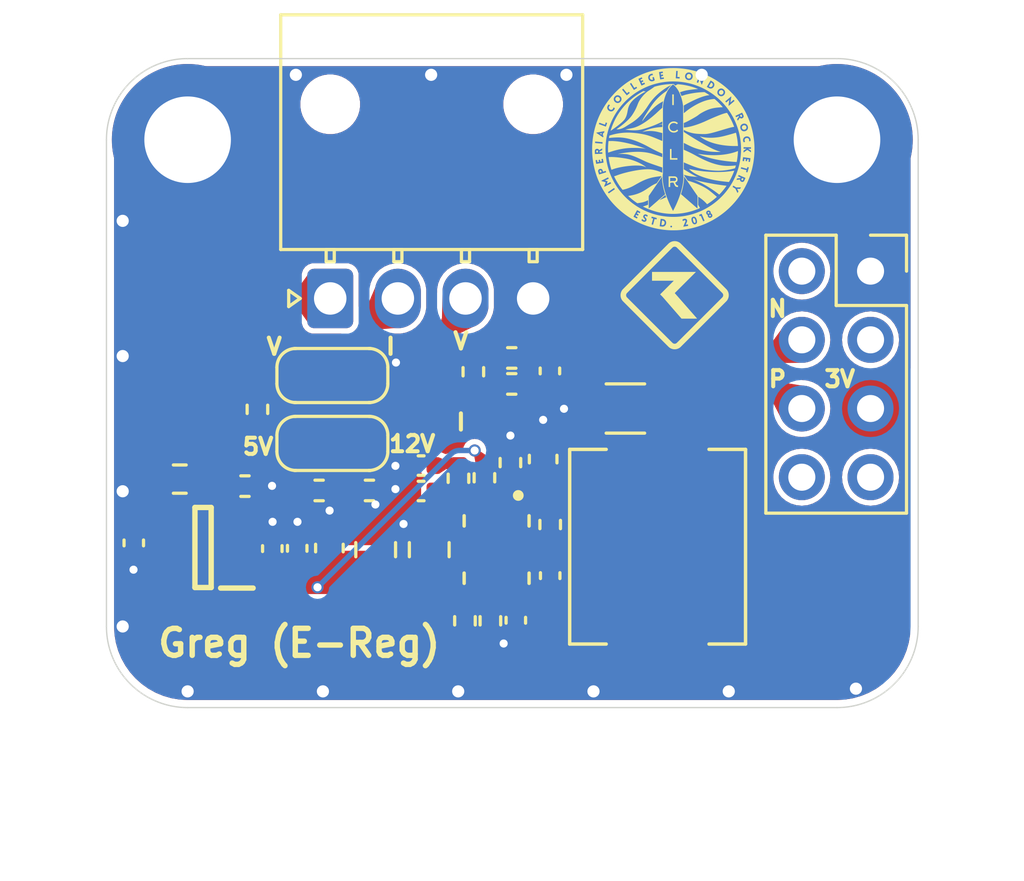
<source format=kicad_pcb>
(kicad_pcb (version 20240108) (generator "pcbnew") (generator_version "8.0")
  (layers (0 "F.Cu" signal) (31 "B.Cu" signal) (34 "B.Paste" user) (35 "F.Paste" user) (36 "B.SilkS" user "B.Silkscreen") (37 "F.SilkS" user "F.Silkscreen") (38 "B.Mask" user) (39 "F.Mask" user) (44 "Edge.Cuts" user))
  (net 0 "")
  (net 1 "GND")
  (net 2 "Net-(JP4-B)")
  (net 3 "Net-(JP1-C)")
  (net 4 "Net-(JP3-A)")
  (net 5 "/LDO5.5V_IN")
  (net 6 "Net-(IC2-ADJ{slash}NC)")
  (net 7 "Net-(IC1-SW)")
  (net 8 "+3V3")
  (net 9 "/FB_5V")
  (net 10 "Net-(IC1-BOOT)")
  (net 11 "Net-(IC1-VCC)")
  (net 12 "/SW_5V")
  (net 13 "Net-(IC1-COMP)")
  (net 14 "Net-(IC1-EN)")
  (net 15 "Net-(IC1-ILIM)")
  (net 16 "/AIN0N")
  (net 17 "Net-(JP1-A)")
  (net 18 "Net-(JP1-B)")
  (net 19 "Net-(JP2-B)")
  (net 20 "Net-(C3-Pad1)")
  (net 21 "/AIN0P")
  (net 22 "+5V")
  (net 23 "Net-(JP2-C)")
  (footprint "Resistor_SMD:R_0402_1005Metric" (layer "F.Cu") (at 137.860001 95.97)
    (property "Reference" "R10" (hide yes))
    (property "Value" "14k")
    (pad "1" smd roundrect (at -0.509999 0) (size 0.54 0.64) (layers "F.Cu" "F.Paste" "F.Mask") (net 18 "Net-(JP1-B)"))
    (pad "2" smd roundrect (at 0.509999 0) (size 0.54 0.64) (layers "F.Cu" "F.Paste" "F.Mask") (net 17 "Net-(JP1-A)"))
  )
  (footprint "Resistor_SMD:R_0603_1608Metric" (layer "F.Cu") (at 132.71 95.55 180)
    (property "Reference" "R7" (hide yes))
    (property "Value" "152k")
    (pad "1" smd roundrect (at -0.825 0 180) (size 0.8 0.95) (layers "F.Cu" "F.Paste" "F.Mask") (net 6 "Net-(IC2-ADJ{slash}NC)"))
    (pad "2" smd roundrect (at 0.825 0 180) (size 0.8 0.95) (layers "F.Cu" "F.Paste" "F.Mask") (net 22 "+5V"))
  )
  (footprint "Resistor_SMD:R_0402_1005Metric" (layer "F.Cu") (at 143.25 100.79 -90)
    (property "Reference" "R4" (hide yes))
    (property "Value" "10K")
    (pad "1" smd roundrect (at -0.509999 0 270) (size 0.54 0.64) (layers "F.Cu" "F.Paste" "F.Mask") (net 14 "Net-(IC1-EN)"))
    (pad "2" smd roundrect (at 0.509999 0 270) (size 0.54 0.64) (layers "F.Cu" "F.Paste" "F.Mask") (net 8 "+3V3"))
  )
  (footprint "Capacitor_SMD:C_0402_1005Metric" (layer "F.Cu") (at 141.63 95.05 180)
    (property "Reference" "C3" (hide yes))
    (property "Value" "3.9nF")
    (pad "1" smd roundrect (at -0.48 0 180) (size 0.56 0.62) (layers "F.Cu" "F.Paste" "F.Mask") (net 20 "Net-(C3-Pad1)"))
    (pad "2" smd roundrect (at 0.48 0 180) (size 0.56 0.62) (layers "F.Cu" "F.Paste" "F.Mask") (net 1 "GND"))
  )
  (footprint "iclr:IC_TPS61089RNRR" (layer "F.Cu") (at 144.420001 98.155 -90)
    (property "Reference" "IC1" (hide yes))
    (property "Value" "TPS61089RNRR")
    (pad "1" smd roundrect (at -1.175 -0.750001 270) (size 0.55 0.25) (layers "F.Cu" "F.Paste") (roundrect_rratio 0.05) (net 12 "/SW_5V"))
    (pad "2" smd roundrect (at -1.175 -0.25 270) (size 0.55 0.25) (layers "F.Cu" "F.Paste") (roundrect_rratio 0.05) (net 11 "Net-(IC1-VCC)"))
    (pad "3" smd roundrect (at -1.175 0.25 270) (size 0.55 0.25) (layers "F.Cu" "F.Paste") (roundrect_rratio 0.05) (net 9 "/FB_5V"))
    (pad "4" smd roundrect (at -1.175 0.750001 270) (size 0.55 0.25) (layers "F.Cu" "F.Paste") (roundrect_rratio 0.05) (net 13 "Net-(IC1-COMP)"))
    (pad "5" smd roundrect (at -0.35 0.7 270) (size 0.45 1.1) (layers "F.Cu") (net 1 "GND"))
    (pad "6" smd roundrect (at 0.35 0.7 270) (size 0.45 1.1) (layers "F.Cu") (net 5 "/LDO5.5V_IN"))
    (pad "7" smd roundrect (at 1.175 0.750001 270) (size 0.55 0.25) (layers "F.Cu" "F.Paste") (roundrect_rratio 0.05) (net 14 "Net-(IC1-EN)"))
    (pad "8" smd roundrect (at 1.175 0.25 270) (size 0.55 0.25) (layers "F.Cu" "F.Paste") (roundrect_rratio 0.05) (net 15 "Net-(IC1-ILIM)"))
    (pad "9" smd roundrect (at 1.175 -0.25 270) (size 0.55 0.25) (layers "F.Cu" "F.Paste") (roundrect_rratio 0.05) (net 8 "+3V3"))
    (pad "10" smd roundrect (at 1.175 -0.750001 270) (size 0.55 0.25) (layers "F.Cu" "F.Paste") (roundrect_rratio 0.05) (net 10 "Net-(IC1-BOOT)"))
    (pad "11" smd roundrect (at 0 -0.7 270) (size 1.1 1.1) (layers "F.Cu") (roundrect_rratio 0.1) (net 7 "Net-(IC1-SW)"))
  )
  (footprint "Capacitor_SMD:C_0805_2012Metric" (layer "F.Cu") (at 139.95 98.16 90)
    (property "Reference" "C5" (hide yes))
    (property "Value" "22uF")
    (pad "1" smd roundrect (at -0.949999 0 90) (size 1 1.45) (layers "F.Cu" "F.Paste" "F.Mask") (net 5 "/LDO5.5V_IN"))
    (pad "2" smd roundrect (at 0.949999 0 90) (size 1 1.45) (layers "F.Cu" "F.Paste" "F.Mask") (net 1 "GND"))
  )
  (footprint "Resistor_SMD:R_0402_1005Metric" (layer "F.Cu") (at 144.93 94.94 -90)
    (property "Reference" "R3" (hide yes))
    (property "Value" "100k")
    (pad "1" smd roundrect (at -0.509999 0 270) (size 0.54 0.64) (layers "F.Cu" "F.Paste" "F.Mask") (net 1 "GND"))
    (pad "2" smd roundrect (at 0.509999 0 270) (size 0.54 0.64) (layers "F.Cu" "F.Paste" "F.Mask") (net 9 "/FB_5V"))
  )
  (footprint "Resistor_SMD:R_0402_1005Metric" (layer "F.Cu") (at 143.56 91.58 90)
    (property "Reference" "R13" (hide yes))
    (property "Value" "44.2")
    (pad "1" smd roundrect (at -0.509999 0 90) (size 0.54 0.64) (layers "F.Cu" "F.Paste" "F.Mask") (net 4 "Net-(JP3-A)"))
    (pad "2" smd roundrect (at 0.509999 0 90) (size 0.54 0.64) (layers "F.Cu" "F.Paste" "F.Mask") (net 2 "Net-(JP4-B)"))
  )
  (footprint "iclr:iclr_logo_estd2018_6mm" (layer "F.Cu") (at 150.95 83.35)
    (property "Reference" "G***" (hide yes))
    (property "Value" "LOGO" (hide yes))
  )
  (footprint "iclr:SmallerSolderJP" (layer "F.Cu") (at 142.15 91.22)
    (property "Reference" "JP4" (hide yes))
    (property "Value" "SolderJumper_2_Open")
    (pad "1" smd roundrect (at -0.825 0) (size 0.8 0.95) (layers "F.Cu" "F.Paste" "F.Mask") (net 1 "GND"))
    (pad "2" smd roundrect (at 0.28 0) (size 0.8 0.95) (layers "F.Cu" "F.Paste" "F.Mask") (net 2 "Net-(JP4-B)"))
  )
  (footprint "Capacitor_SMD:C_0603_1608Metric" (layer "F.Cu") (at 146.14 94.81 90)
    (property "Reference" "C1" (hide yes))
    (property "Value" "2.2uF")
    (pad "1" smd roundrect (at -0.775 0 90) (size 0.9 0.95) (layers "F.Cu" "F.Paste" "F.Mask") (net 11 "Net-(IC1-VCC)"))
    (pad "2" smd roundrect (at 0.775 0 90) (size 0.9 0.95) (layers "F.Cu" "F.Paste" "F.Mask") (net 1 "GND"))
  )
  (footprint "Resistor_SMD:R_0402_1005Metric" (layer "F.Cu") (at 143.97 95.499999 90)
    (property "Reference" "R2" (hide yes))
    (property "Value" "360k")
    (pad "1" smd roundrect (at -0.509999 0 90) (size 0.54 0.64) (layers "F.Cu" "F.Paste" "F.Mask") (net 9 "/FB_5V"))
    (pad "2" smd roundrect (at 0.509999 0 90) (size 0.54 0.64) (layers "F.Cu" "F.Paste" "F.Mask") (net 5 "/LDO5.5V_IN"))
  )
  (footprint "Resistor_SMD:R_0402_1005Metric" (layer "F.Cu") (at 135.120001 95.81 180)
    (property "Reference" "R6" (hide yes))
    (property "Value" "49.9k")
    (pad "1" smd roundrect (at -0.509999 0 180) (size 0.54 0.64) (layers "F.Cu" "F.Paste" "F.Mask") (net 1 "GND"))
    (pad "2" smd roundrect (at 0.509999 0 180) (size 0.54 0.64) (layers "F.Cu" "F.Paste" "F.Mask") (net 6 "Net-(IC2-ADJ{slash}NC)"))
  )
  (footprint "MountingHole:MountingHole_3.2mm_M3_DIN965_Pad" (layer "F.Cu") (at 157 83)
    (property "Reference" "H2" (hide yes))
    (property "Value" "MountingHole_Pad")
    (pad "1" thru_hole circle (at 0 0) (size 5.6 5.6) (drill 3.2) (layers "*.Cu" "*.Mask") (net 1 "GND"))
  )
  (footprint "Connector_Molex:Molex_Nano-Fit_105313-xx04_1x04_P2.50mm_Horizontal" (layer "F.Cu") (at 138.27 88.87 90)
    (property "Reference" "J1" (hide yes))
    (property "Value" "1053131104")
    (pad "" np_thru_hole circle (at 7.18 0 90) (size 1.7 1.7) (drill 1.7) (layers "*.Cu" "*.Mask"))
    (pad "" np_thru_hole circle (at 7.18 7.5 90) (size 1.7 1.7) (drill 1.7) (layers "*.Cu" "*.Mask"))
    (pad "1" thru_hole roundrect (at 0 0 90) (size 2.2 1.7) (drill 1.2) (layers "*.Cu" "*.Mask") (roundrect_rratio 0.147059) (net 22 "+5V"))
    (pad "2" thru_hole oval (at 0 2.5 90) (size 2.2 1.7) (drill 1.2) (layers "*.Cu" "*.Mask") (net 23 "Net-(JP2-C)"))
    (pad "3" thru_hole oval (at 0 5 90) (size 2.2 1.7) (drill 1.2) (layers "*.Cu" "*.Mask") (net 2 "Net-(JP4-B)"))
    (pad "4" thru_hole oval (at 0 7.5 90) (size 2.2 1.7) (drill 1.2) (layers "*.Cu" "*.Mask") (net 1 "GND"))
  )
  (footprint "Capacitor_SMD:C_0603_1608Metric" (layer "F.Cu") (at 138.24 98.1 90)
    (property "Reference" "C11")
    (property "Value" "10uF")
    (pad "1" smd roundrect (at -0.775 0 90) (size 0.9 0.95) (layers "F.Cu" "F.Paste" "F.Mask") (net 5 "/LDO5.5V_IN"))
    (pad "2" smd roundrect (at 0.775 0 90) (size 0.9 0.95) (layers "F.Cu" "F.Paste" "F.Mask") (net 1 "GND"))
  )
  (footprint "Capacitor_SMD:C_0805_2012Metric" (layer "F.Cu") (at 141.929999 98.16 90)
    (property "Reference" "C6" (hide yes))
    (property "Value" "22uF")
    (pad "1" smd roundrect (at -0.949999 0 90) (size 1 1.45) (layers "F.Cu" "F.Paste" "F.Mask") (net 5 "/LDO5.5V_IN"))
    (pad "2" smd roundrect (at 0.949999 0 90) (size 1 1.45) (layers "F.Cu" "F.Paste" "F.Mask") (net 1 "GND"))
  )
  (footprint "Jumper:SolderJumper-3_P1.3mm_Open_RoundedPad1.0x1.5mm_NumberLabels" (layer "F.Cu") (at 138.35 94.23 180)
    (property "Reference" "JP1" (hide yes))
    (property "Value" "SolderJumper_3_Open")
    (pad "1" smd custom (at -1.3 0 180) (size 1 0.5) (layers "F.Cu" "F.Mask") (net 17 "Net-(JP1-A)") (options (clearance outline) (anchor rect)) (primitives (gr_circle (center 0 0.25) (end 0.5 0.25) (width 0) (fill yes)) (gr_circle (center 0 -0.25) (end 0.5 -0.25) (width 0) (fill yes)) (gr_poly (pts (xy 0.55 0.75) (xy 0 0.75) (xy 0 -0.75) (xy 0.55 -0.75)) (width 0) (fill yes))))
    (pad "2" smd rect (at 0 0 180) (size 1 1.5) (layers "F.Cu" "F.Mask") (net 3 "Net-(JP1-C)"))
    (pad "3" smd custom (at 1.3 0 180) (size 1 0.5) (layers "F.Cu" "F.Mask") (net 18 "Net-(JP1-B)") (options (clearance outline) (anchor rect)) (primitives (gr_circle (center 0 0.25) (end 0.5 0.25) (width 0) (fill yes)) (gr_circle (center 0 -0.25) (end 0.5 -0.25) (width 0) (fill yes)) (gr_poly (pts (xy 0 0.75) (xy -0.55 0.75) (xy -0.55 -0.75) (xy 0 -0.75)) (width 0) (fill yes))))
  )
  (footprint "Resistor_SMD:R_0402_1005Metric" (layer "F.Cu") (at 144.98 92.03)
    (property "Reference" "R12" (hide yes))
    (property "Value" "1k")
    (pad "1" smd roundrect (at -0.509999 0) (size 0.54 0.64) (layers "F.Cu" "F.Paste" "F.Mask") (net 3 "Net-(JP1-C)"))
    (pad "2" smd roundrect (at 0.509999 0) (size 0.54 0.64) (layers "F.Cu" "F.Paste" "F.Mask") (net 21 "/AIN0P"))
  )
  (footprint "MountingHole:MountingHole_3.2mm_M3_DIN965_Pad" (layer "F.Cu") (at 133 83)
    (property "Reference" "H1" (hide yes))
    (property "Value" "MountingHole_Pad")
    (pad "1" thru_hole circle (at 0 0) (size 5.6 5.6) (drill 3.2) (layers "*.Cu" "*.Mask") (net 1 "GND"))
  )
  (footprint "Capacitor_SMD:C_0402_1005Metric" (layer "F.Cu") (at 145.13 100.77 -90)
    (property "Reference" "C9" (hide yes))
    (property "Value" "100nF")
    (pad "1" smd roundrect (at -0.48 0 270) (size 0.56 0.62) (layers "F.Cu" "F.Paste" "F.Mask") (net 8 "+3V3"))
    (pad "2" smd roundrect (at 0.48 0 270) (size 0.56 0.62) (layers "F.Cu" "F.Paste" "F.Mask") (net 1 "GND"))
  )
  (footprint "Resistor_SMD:R_0402_1005Metric" (layer "F.Cu") (at 135.58 92.97 -90)
    (property "Reference" "R9" (hide yes))
    (property "Value" "86.6k")
    (pad "1" smd roundrect (at -0.509999 0 270) (size 0.54 0.64) (layers "F.Cu" "F.Paste" "F.Mask") (net 19 "Net-(JP2-B)"))
    (pad "2" smd roundrect (at 0.509999 0 270) (size 0.54 0.64) (layers "F.Cu" "F.Paste" "F.Mask") (net 18 "Net-(JP1-B)"))
  )
  (footprint "Capacitor_SMD:C_0402_1005Metric" (layer "F.Cu") (at 137.05 98.11 90)
    (property "Reference" "C12" (hide yes))
    (property "Value" "100nF")
    (pad "1" smd roundrect (at -0.48 0 90) (size 0.56 0.62) (layers "F.Cu" "F.Paste" "F.Mask") (net 5 "/LDO5.5V_IN"))
    (pad "2" smd roundrect (at 0.48 0 90) (size 0.56 0.62) (layers "F.Cu" "F.Paste" "F.Mask") (net 1 "GND"))
  )
  (footprint "Capacitor_SMD:C_0402_1005Metric" (layer "F.Cu") (at 146.39 91.55 90)
    (property "Reference" "C13" (hide yes))
    (property "Value" "10nF")
    (pad "1" smd roundrect (at -0.48 0 90) (size 0.56 0.62) (layers "F.Cu" "F.Paste" "F.Mask") (net 21 "/AIN0P"))
    (pad "2" smd roundrect (at 0.48 0 90) (size 0.56 0.62) (layers "F.Cu" "F.Paste" "F.Mask") (net 16 "/AIN0N"))
  )
  (footprint "iclr:SmallerSolderJP" (layer "F.Cu") (at 141.61 92.68 180)
    (property "Reference" "JP3" (hide yes))
    (property "Value" "SolderJumper_2_Open")
    (pad "1" smd roundrect (at -0.825 0 180) (size 0.8 0.95) (layers "F.Cu" "F.Paste" "F.Mask") (net 4 "Net-(JP3-A)"))
    (pad "2" smd roundrect (at 0.28 0 180) (size 0.8 0.95) (layers "F.Cu" "F.Paste" "F.Mask") (net 3 "Net-(JP1-C)"))
  )
  (footprint "Capacitor_SMD:C_0402_1005Metric" (layer "F.Cu") (at 136.13 98.12 90)
    (property "Reference" "C4" (hide yes))
    (property "Value" "1uF")
    (pad "1" smd roundrect (at -0.48 0 90) (size 0.56 0.62) (layers "F.Cu" "F.Paste" "F.Mask") (net 5 "/LDO5.5V_IN"))
    (pad "2" smd roundrect (at 0.48 0 90) (size 0.56 0.62) (layers "F.Cu" "F.Paste" "F.Mask") (net 1 "GND"))
  )
  (footprint "Capacitor_SMD:C_0402_1005Metric" (layer "F.Cu") (at 131.01 97.91 -90)
    (property "Reference" "C8" (hide yes))
    (property "Value" "2.2uF")
    (pad "1" smd roundrect (at -0.48 0 270) (size 0.56 0.62) (layers "F.Cu" "F.Paste" "F.Mask") (net 22 "+5V"))
    (pad "2" smd roundrect (at 0.48 0 270) (size 0.56 0.62) (layers "F.Cu" "F.Paste" "F.Mask") (net 1 "GND"))
  )
  (footprint "Jumper:SolderJumper-3_P1.3mm_Open_RoundedPad1.0x1.5mm_NumberLabels" (layer "F.Cu") (at 138.35 91.72 180)
    (property "Reference" "JP2" (hide yes))
    (property "Value" "SolderJumper_3_Open")
    (pad "1" smd custom (at -1.3 0 180) (size 1 0.5) (layers "F.Cu" "F.Mask") (net 3 "Net-(JP1-C)") (options (clearance outline) (anchor rect)) (primitives (gr_circle (center 0 0.25) (end 0.5 0.25) (width 0) (fill yes)) (gr_circle (center 0 -0.25) (end 0.5 -0.25) (width 0) (fill yes)) (gr_poly (pts (xy 0.55 0.75) (xy 0 0.75) (xy 0 -0.75) (xy 0.55 -0.75)) (width 0) (fill yes))))
    (pad "2" smd rect (at 0 0 180) (size 1 1.5) (layers "F.Cu" "F.Mask") (net 23 "Net-(JP2-C)"))
    (pad "3" smd custom (at 1.3 0 180) (size 1 0.5) (layers "F.Cu" "F.Mask") (net 19 "Net-(JP2-B)") (options (clearance outline) (anchor rect)) (primitives (gr_circle (center 0 0.25) (end 0.5 0.25) (width 0) (fill yes)) (gr_circle (center 0 -0.25) (end 0.5 -0.25) (width 0) (fill yes)) (gr_poly (pts (xy 0 0.75) (xy -0.55 0.75) (xy -0.55 -0.75) (xy 0 -0.75)) (width 0) (fill yes))))
  )
  (footprint "Connector_PinSocket_2.54mm:PinSocket_2x04_P2.54mm_Vertical" (layer "F.Cu") (at 158.24 87.86)
    (property "Reference" "J3" (hide yes))
    (property "Value" "Conn_01x08_Pin")
    (pad "1" thru_hole rect (at 0 0) (size 1.7 1.7) (drill 1) (layers "*.Cu" "*.Mask") (net 1 "GND"))
    (pad "2" thru_hole oval (at -2.54 0) (size 1.7 1.7) (drill 1) (layers "*.Cu" "*.Mask"))
    (pad "3" thru_hole oval (at 0 2.54) (size 1.7 1.7) (drill 1) (layers "*.Cu" "*.Mask"))
    (pad "4" thru_hole oval (at -2.54 2.54) (size 1.7 1.7) (drill 1) (layers "*.Cu" "*.Mask") (net 16 "/AIN0N"))
    (pad "5" thru_hole oval (at 0 5.08) (size 1.7 1.7) (drill 1) (layers "*.Cu" "*.Mask") (net 8 "+3V3"))
    (pad "6" thru_hole oval (at -2.54 5.08) (size 1.7 1.7) (drill 1) (layers "*.Cu" "*.Mask") (net 21 "/AIN0P"))
    (pad "7" thru_hole oval (at 0 7.62) (size 1.7 1.7) (drill 1) (layers "*.Cu" "*.Mask"))
    (pad "8" thru_hole oval (at -2.54 7.62) (size 1.7 1.7) (drill 1) (layers "*.Cu" "*.Mask"))
  )
  (footprint "Capacitor_SMD:C_0402_1005Metric" (layer "F.Cu") (at 146.4 99.119999 90)
    (property "Reference" "C7" (hide yes))
    (property "Value" "100nF")
    (pad "1" smd roundrect (at -0.48 0 90) (size 0.56 0.62) (layers "F.Cu" "F.Paste" "F.Mask") (net 10 "Net-(IC1-BOOT)"))
    (pad "2" smd roundrect (at 0.48 0 90) (size 0.56 0.62) (layers "F.Cu" "F.Paste" "F.Mask") (net 7 "Net-(IC1-SW)"))
  )
  (footprint "iclr:SOT95P282X145-5N" (layer "F.Cu") (at 133.57 98.08 180)
    (property "Reference" "IC2" (hide yes))
    (property "Value" "AP2205-W5-7" (hide yes))
    (pad "1" smd rect (at -1.25 -0.95 270) (size 0.6 1.2) (layers "F.Cu" "F.Paste" "F.Mask") (net 5 "/LDO5.5V_IN"))
    (pad "2" smd rect (at -1.249999 0 270) (size 0.6 1.2) (layers "F.Cu" "F.Paste" "F.Mask") (net 1 "GND"))
    (pad "3" smd rect (at -1.25 0.95 270) (size 0.6 1.2) (layers "F.Cu" "F.Paste" "F.Mask") (net 5 "/LDO5.5V_IN"))
    (pad "4" smd rect (at 1.25 0.95 270) (size 0.6 1.2) (layers "F.Cu" "F.Paste" "F.Mask") (net 6 "Net-(IC2-ADJ{slash}NC)"))
    (pad "5" smd rect (at 1.25 -0.95 270) (size 0.6 1.2) (layers "F.Cu" "F.Paste" "F.Mask") (net 22 "+5V"))
  )
  (footprint "Resistor_SMD:R_0402_1005Metric" (layer "F.Cu") (at 144.19 100.79 90)
    (property "Reference" "R5" (hide yes))
    (property "Value" "560k")
    (pad "1" smd roundrect (at -0.509999 0 90) (size 0.54 0.64) (layers "F.Cu" "F.Paste" "F.Mask") (net 1 "GND"))
    (pad "2" smd roundrect (at 0.509999 0 90) (size 0.54 0.64) (layers "F.Cu" "F.Paste" "F.Mask") (net 15 "Net-(IC1-ILIM)"))
  )
  (footprint "Resistor_SMD:R_0402_1005Metric" (layer "F.Cu") (at 146.4 97.230001 -90)
    (property "Reference" "R8" (hide yes))
    (property "Value" "301k")
    (pad "1" smd roundrect (at -0.509999 0 270) (size 0.54 0.64) (layers "F.Cu" "F.Paste" "F.Mask") (net 12 "/SW_5V"))
    (pad "2" smd roundrect (at 0.509999 0 270) (size 0.54 0.64) (layers "F.Cu" "F.Paste" "F.Mask") (net 7 "Net-(IC1-SW)"))
  )
  (footprint "Capacitor_SMD:C_1206_3216Metric" (layer "F.Cu") (at 149.18 92.94 180)
    (property "Reference" "C10" (hide yes))
    (property "Value" "47uF")
    (pad "1" smd roundrect (at -1.475001 0 180) (size 1.15 1.8) (layers "F.Cu" "F.Paste" "F.Mask") (roundrect_rratio 0.217391) (net 8 "+3V3"))
    (pad "2" smd roundrect (at 1.475001 0 180) (size 1.15 1.8) (layers "F.Cu" "F.Paste" "F.Mask") (roundrect_rratio 0.217391) (net 1 "GND"))
  )
  (footprint "iclr:IND_SRP6540-390M" (layer "F.Cu") (at 150.37 98.05 -90)
    (property "Reference" "L1" (hide yes))
    (property "Value" "SRR6038-5R0Y")
    (pad "1" smd rect (at -2.775 0 270) (size 1.85 3.4) (layers "F.Cu" "F.Paste" "F.Mask") (net 8 "+3V3"))
    (pad "2" smd rect (at 2.775 0 270) (size 1.85 3.4) (layers "F.Cu" "F.Paste" "F.Mask") (net 7 "Net-(IC1-SW)"))
  )
  (footprint "Resistor_SMD:R_0402_1005Metric" (layer "F.Cu") (at 139.720001 95.97 180)
    (property "Reference" "R11" (hide yes))
    (property "Value" "10k")
    (pad "1" smd roundrect (at -0.509999 0 180) (size 0.54 0.64) (layers "F.Cu" "F.Paste" "F.Mask") (net 1 "GND"))
    (pad "2" smd roundrect (at 0.509999 0 180) (size 0.54 0.64) (layers "F.Cu" "F.Paste" "F.Mask") (net 17 "Net-(JP1-A)"))
  )
  (footprint "iclr:rae_logo_4mm" (layer "F.Cu") (at 151 88.75)
    (property "Reference" "G***" (hide yes))
    (property "Value" "LOGO" (hide yes))
  )
  (footprint "Resistor_SMD:R_0402_1005Metric" (layer "F.Cu") (at 144.98 91.07)
    (property "Reference" "R14" (hide yes))
    (property "Value" "1k")
    (pad "1" smd roundrect (at -0.51 0) (size 0.54 0.64) (layers "F.Cu" "F.Paste" "F.Mask") (net 2 "Net-(JP4-B)"))
    (pad "2" smd roundrect (at 0.51 0) (size 0.54 0.64) (layers "F.Cu" "F.Paste" "F.Mask") (net 16 "/AIN0N"))
  )
  (footprint "Resistor_SMD:R_0402_1005Metric" (layer "F.Cu") (at 143.01 95.52 90)
    (property "Reference" "R1" (hide yes))
    (property "Value" "7.87k")
    (pad "1" smd roundrect (at -0.509999 0 90) (size 0.54 0.64) (layers "F.Cu" "F.Paste" "F.Mask") (net 13 "Net-(IC1-COMP)"))
    (pad "2" smd roundrect (at 0.509999 0 90) (size 0.54 0.64) (layers "F.Cu" "F.Paste" "F.Mask") (net 20 "Net-(C3-Pad1)"))
  )
  (footprint "Capacitor_SMD:C_0402_1005Metric" (layer "F.Cu") (at 141.63 95.99 180)
    (property "Reference" "C2" (hide yes))
    (property "Value" "180pF")
    (pad "1" smd roundrect (at -0.48 0 180) (size 0.56 0.62) (layers "F.Cu" "F.Paste" "F.Mask") (net 13 "Net-(IC1-COMP)"))
    (pad "2" smd roundrect (at 0.48 0 180) (size 0.56 0.62) (layers "F.Cu" "F.Paste" "F.Mask") (net 1 "GND"))
  )
  (gr_line (start 130 101) (end 130 83) (stroke (width 0.05)) (layer "Edge.Cuts"))
  (gr_arc (start 160 101) (mid 159.12132 103.12132) (end 157 104) (stroke (width 0.05)) (layer "Edge.Cuts"))
  (gr_line (start 157 104) (end 133 104) (stroke (width 0.05)) (layer "Edge.Cuts"))
  (gr_arc (start 133 104) (mid 130.87868 103.12132) (end 130 101) (stroke (width 0.05)) (layer "Edge.Cuts"))
  (gr_line (start 133 80) (end 157 80) (stroke (width 0.05)) (layer "Edge.Cuts"))
  (gr_arc (start 130 83) (mid 130.87868 80.87868) (end 133 80) (stroke (width 0.05)) (layer "Edge.Cuts"))
  (gr_line (start 160 83) (end 160 101) (stroke (width 0.05)) (layer "Edge.Cuts"))
  (gr_arc (start 157 80) (mid 159.12132 80.87868) (end 160 83) (stroke (width 0.05)) (layer "Edge.Cuts"))
  (gr_text "V" (at 143.1 90.8 0) (layer "F.SilkS") (effects (font (size 0.6 0.6) (thickness 0.15) (bold yes)) (justify bottom)))
  (gr_text "N" (at 154.8 89.6 0) (layer "F.SilkS") (effects (font (size 0.6 0.6) (thickness 0.15) (bold yes)) (justify bottom)))
  (gr_text "5V" (at 135.6 94.7 0) (layer "F.SilkS") (effects (font (size 0.6 0.6) (thickness 0.15) (bold yes)) (justify bottom)))
  (gr_text "I" (at 143.1 93.8 0) (layer "F.SilkS") (effects (font (size 0.6 0.6) (thickness 0.15) (bold yes)) (justify bottom)))
  (gr_text "3V" (at 157.1 92.2 0) (layer "F.SilkS") (effects (font (size 0.6 0.6) (thickness 0.15) (bold yes)) (justify bottom)))
  (gr_text "12V" (at 141.3 94.6 0) (layer "F.SilkS") (effects (font (size 0.6 0.6) (thickness 0.15) (bold yes)) (justify bottom)))
  (gr_text "P" (at 154.8 92.2 0) (layer "F.SilkS") (effects (font (size 0.6 0.6) (thickness 0.15) (bold yes)) (justify bottom)))
  (gr_text "Greg (E-Reg)" (at 131.8 102.2 0) (layer "F.SilkS") (effects (font (size 1 1) (thickness 0.2) (bold yes)) (justify left bottom)))
  (gr_text "I" (at 140.5 91 0) (layer "F.SilkS") (effects (font (size 0.6 0.6) (thickness 0.15) (bold yes)) (justify bottom)))
  (gr_text "V" (at 136.2 91 0) (layer "F.SilkS") (effects (font (size 0.6 0.6) (thickness 0.15) (bold yes)) (justify bottom)))
  (via (at 139.94 96.49) (size 0.45) (drill 0.3) (layers "F.Cu" "B.Cu") (net 1))
  (via (at 147 80.6) (size 0.6) (drill 0.45) (layers "F.Cu" "B.Cu") (net 1))
  (via (at 131 98.9) (size 0.45) (drill 0.3) (layers "F.Cu" "B.Cu") (net 1))
  (via (at 138.247133 96.715) (size 0.45) (drill 0.3) (layers "F.Cu" "B.Cu") (net 1))
  (via (at 130.6 91) (size 0.6) (drill 0.45) (layers "F.Cu" "B.Cu") (net 1))
  (via (at 157.7 103.3) (size 0.6) (drill 0.45) (layers "F.Cu" "B.Cu") (net 1))
  (via (at 140.98 97.21) (size 0.45) (drill 0.3) (layers "F.Cu" "B.Cu") (net 1))
  (via (at 143 103.4) (size 0.6) (drill 0.45) (layers "F.Cu" "B.Cu") (net 1))
  (via (at 152 80.6) (size 0.6) (drill 0.45) (layers "F.Cu" "B.Cu") (net 1))
  (via (at 144.93 93.94) (size 0.45) (drill 0.3) (layers "F.Cu" "B.Cu") (net 1))
  (via (at 130.6 96) (size 0.6) (drill 0.45) (layers "F.Cu" "B.Cu") (net 1))
  (via (at 144.68 101.63) (size 0.45) (drill 0.3) (layers "F.Cu" "B.Cu") (net 1))
  (via (at 136.12 95.8) (size 0.45) (drill 0.3) (layers "F.Cu" "B.Cu") (net 1))
  (via (at 137.06 97.13) (size 0.45) (drill 0.3) (layers "F.Cu" "B.Cu") (net 1))
  (via (at 130.6 86) (size 0.6) (drill 0.45) (layers "F.Cu" "B.Cu") (net 1))
  (via (at 136.14 97.13) (size 0.45) (drill 0.3) (layers "F.Cu" "B.Cu") (net 1))
  (via (at 140.68 95.06) (size 0.45) (drill 0.3) (layers "F.Cu" "B.Cu") (net 1))
  (via (at 140.68 95.92) (size 0.45) (drill 0.3) (layers "F.Cu" "B.Cu") (net 1))
  (via (at 146.91 92.95) (size 0.45) (drill 0.3) (layers "F.Cu" "B.Cu") (net 1))
  (via (at 130.6 101) (size 0.6) (drill 0.45) (layers "F.Cu" "B.Cu") (net 1))
  (via (at 153 103.4) (size 0.6) (drill 0.45) (layers "F.Cu" "B.Cu") (net 1))
  (via (at 140.7 91.24) (size 0.45) (drill 0.3) (layers "F.Cu" "B.Cu") (net 1))
  (via (at 133 103.4) (size 0.6) (drill 0.45) (layers "F.Cu" "B.Cu") (net 1))
  (via (at 137 80.6) (size 0.6) (drill 0.45) (layers "F.Cu" "B.Cu") (net 1))
  (via (at 138 103.4) (size 0.6) (drill 0.45) (layers "F.Cu" "B.Cu") (net 1))
  (via (at 142 80.6) (size 0.6) (drill 0.45) (layers "F.Cu" "B.Cu") (net 1))
  (via (at 148 103.4) (size 0.6) (drill 0.45) (layers "F.Cu" "B.Cu") (net 1))
  (via (at 146.14 93.36) (size 0.45) (drill 0.3) (layers "F.Cu" "B.Cu") (net 1))
  (segment (start 142.48 91.17) (end 142.43 91.22) (width 0.2) (layer "F.Cu") (net 2))
  (segment (start 144.47 91.07) (end 143.56 91.070001) (width 0.2) (layer "F.Cu") (net 2))
  (segment (start 142.48 89.66) (end 142.48 91.17) (width 0.2) (layer "F.Cu") (net 2))
  (segment (start 142.579999 91.070001) (end 142.43 91.22) (width 0.2) (layer "F.Cu") (net 2))
  (segment (start 143.27 88.87) (end 142.48 89.66) (width 0.2) (layer "F.Cu") (net 2))
  (segment (start 143.56 91.070001) (end 142.579999 91.070001) (width 0.2) (layer "F.Cu") (net 2))
  (segment (start 139.65 91.72) (end 139.95312 91.72) (width 0.2) (layer "F.Cu") (net 3))
  (segment (start 138.35 93.43) (end 138.35 94.23) (width 0.2) (layer "F.Cu") (net 3))
  (segment (start 140.664779 92.014779) (end 141.33 92.68) (width 0.2) (layer "F.Cu") (net 3))
  (segment (start 139.65 91.72) (end 139.65 92.13) (width 0.2) (layer "F.Cu") (net 3))
  (segment (start 144.470001 92.088578) (end 144.470001 92.03) (width 0.2) (layer "F.Cu") (net 3))
  (segment (start 143.49774 93.10226) (end 144.440712 92.159288) (width 0.2) (layer "F.Cu") (net 3))
  (segment (start 139.65 92.13) (end 138.35 93.43) (width 0.2) (layer "F.Cu") (net 3))
  (segment (start 142.105003 93.455) (end 142.64615 93.455) (width 0.2) (layer "F.Cu") (net 3))
  (arc (start 142.105003 93.455) (mid 141.556993 93.228007) (end 141.33 92.68) (width 0.2) (layer "F.Cu") (net 3))
  (arc (start 142.64615 93.455) (mid 143.107027 93.363326) (end 143.49774 93.10226) (width 0.2) (layer "F.Cu") (net 3))
  (arc (start 144.440712 92.159288) (mid 144.462389 92.126846) (end 144.470001 92.088578) (width 0.2) (layer "F.Cu") (net 3))
  (arc (start 140.664779 92.014779) (mid 140.338267 91.796611) (end 139.95312 91.72) (width 0.2) (layer "F.Cu") (net 3))
  (segment (start 143.350001 92.089999) (end 143.56 92.089999) (width 0.2) (layer "F.Cu") (net 4))
  (segment (start 142.76 92.68) (end 143.350001 92.089999) (width 0.2) (layer "F.Cu") (net 4))
  (segment (start 142.435 92.68) (end 142.76 92.68) (width 0.2) (layer "F.Cu") (net 4))
  (segment (start 143.607642 94.492707) (end 143.97 94.855065) (width 0.2) (layer "F.Cu") (net 5))
  (segment (start 143.97 94.855065) (end 143.97 94.99) (width 0.2) (layer "F.Cu") (net 5))
  (via (at 143.607642 94.492707) (size 0.45) (drill 0.3) (layers "F.Cu" "B.Cu") (net 5))
  (via (at 137.8 99.55) (size 0.45) (drill 0.3) (layers "F.Cu" "B.Cu") (net 5))
  (segment (start 137.807537 99.55) (end 137.8 99.55) (width 0.2) (layer "B.Cu") (net 5))
  (segment (start 142.737615 94.619922) (end 137.807537 99.55) (width 0.2) (layer "B.Cu") (net 5))
  (segment (start 143.607642 94.492707) (end 143.044739 94.492707) (width 0.2) (layer "B.Cu") (net 5))
  (arc (start 142.737615 94.619922) (mid 142.878525 94.525769) (end 143.044739 94.492707) (width 0.2) (layer "B.Cu") (net 5))
  (segment (start 134.610002 95.81) (end 133.795 95.81) (width 0.2) (layer "F.Cu") (net 6))
  (segment (start 133.795 95.81) (end 133.535 95.55) (width 0.2) (layer "F.Cu") (net 6))
  (segment (start 132.32 97.13) (end 132.32 96.95) (width 0.2) (layer "F.Cu") (net 6))
  (segment (start 133.535 95.735) (end 133.535 95.55) (width 0.2) (layer "F.Cu") (net 6))
  (segment (start 132.32 96.95) (end 133.535 95.735) (width 0.2) (layer "F.Cu") (net 6))
  (segment (start 145.13 100.281077) (end 145.01721 100.168287) (width 0.2) (layer "F.Cu") (net 8))
  (segment (start 145.13 100.29) (end 145.13 100.281077) (width 0.2) (layer "F.Cu") (net 8))
  (arc (start 144.670001 99.33) (mid 144.760238 99.783701) (end 145.01721 100.168287) (width 0.2) (layer "F.Cu") (net 8))
  (segment (start 144.170001 96.98) (end 144.170001 96.209999) (width 0.2) (layer "F.Cu") (net 9))
  (segment (start 143.97 96.009998) (end 144.170002 96.009998) (width 0.2) (layer "F.Cu") (net 9))
  (segment (start 144.170002 96.009998) (end 144.730001 95.449999) (width 0.2) (layer "F.Cu") (net 9))
  (segment (start 144.170001 96.209999) (end 143.97 96.009998) (width 0.2) (layer "F.Cu") (net 9))
  (segment (start 144.730001 95.449999) (end 144.93 95.449999) (width 0.2) (layer "F.Cu") (net 9))
  (segment (start 145.170002 99.340002) (end 145.170002 99.33) (width 0.2) (layer "F.Cu") (net 10))
  (segment (start 146.4 99.599999) (end 145.79766 99.599999) (width 0.2) (layer "F.Cu") (net 10))
  (arc (start 145.170002 99.340002) (mid 145.457985 99.532433) (end 145.79766 99.599999) (width 0.2) (layer "F.Cu") (net 10))
  (segment (start 144.670001 96.98) (end 144.670001 96.876544) (width 0.2) (layer "F.Cu") (net 11))
  (segment (start 145.789133 95.585) (end 146.14 95.585) (width 0.2) (layer "F.Cu") (net 11))
  (segment (start 144.821204 96.511508) (end 145.718423 95.614289) (width 0.2) (layer "F.Cu") (net 11))
  (arc (start 145.718423 95.614289) (mid 145.750865 95.592612) (end 145.789133 95.585) (width 0.2) (layer "F.Cu") (net 11))
  (arc (start 144.821204 96.511508) (mid 144.709298 96.678988) (end 144.670001 96.876544) (width 0.2) (layer "F.Cu") (net 11))
  (segment (start 146.4 96.720002) (end 145.797643 96.720002) (width 0.2) (layer "F.Cu") (net 12))
  (arc (start 145.170002 96.98) (mid 145.457986 96.787564) (end 145.797643 96.720002) (width 0.2) (layer "F.Cu") (net 12))
  (segment (start 143.464911 96.48491) (end 143.01 96.029999) (width 0.2) (layer "F.Cu") (net 13))
  (segment (start 142.149999 96.029999) (end 142.11 95.99) (width 0.2) (layer "F.Cu") (net 13))
  (segment (start 143.01 96.029999) (end 142.149999 96.029999) (width 0.2) (layer "F.Cu") (net 13))
  (arc (start 143.464911 96.48491) (mid 143.616699 96.712076) (end 143.67 96.98) (width 0.2) (layer "F.Cu") (net 13))
  (segment (start 143.25 100.280001) (end 143.295275 100.234726) (width 0.2) (layer "F.Cu") (net 14))
  (arc (start 143.67 99.33) (mid 143.572612 99.819662) (end 143.295275 100.234726) (width 0.2) (layer "F.Cu") (net 14))
  (segment (start 144.19 99.349999) (end 144.170001 99.33) (width 0.2) (layer "F.Cu") (net 15))
  (segment (start 144.19 100.280001) (end 144.19 99.349999) (width 0.2) (layer "F.Cu") (net 15))
  (segment (start 147.041792 91.34) (end 153.202105 91.34) (width 0.2) (layer "F.Cu") (net 16))
  (segment (start 155.471421 90.4) (end 155.7 90.4) (width 0.2) (layer "F.Cu") (net 16))
  (segment (start 145.49 91.07) (end 146.39 91.07) (width 0.2) (layer "F.Cu") (net 16))
  (arc (start 146.39 91.07) (mid 146.689063 91.269838) (end 147.041792 91.34) (width 0.2) (layer "F.Cu") (net 16))
  (arc (start 153.202105 91.34) (mid 154.391965 91.103322) (end 155.400711 90.429289) (width 0.2) (layer "F.Cu") (net 16))
  (arc (start 155.400711 90.429289) (mid 155.433153 90.407612) (end 155.471421 90.4) (width 0.2) (layer "F.Cu") (net 16))
  (segment (start 139.66 94.24) (end 139.65 94.23) (width 0.2) (layer "F.Cu") (net 17))
  (segment (start 138.37 95.97) (end 139.210002 95.97) (width 0.2) (layer "F.Cu") (net 17))
  (segment (start 139.66 94.883644) (end 139.66 94.24) (width 0.2) (layer "F.Cu") (net 17))
  (arc (start 139.210002 95.97) (mid 139.543057 95.471562) (end 139.66 94.883644) (width 0.2) (layer "F.Cu") (net 17))
  (segment (start 136.330001 94.23) (end 137.05 94.23) (width 0.2) (layer "F.Cu") (net 18))
  (segment (start 137.05 94.23) (end 137.05 95.245751) (width 0.2) (layer "F.Cu") (net 18))
  (arc (start 137.05 95.245751) (mid 137.127964 95.637704) (end 137.350002 95.97) (width 0.2) (layer "F.Cu") (net 18))
  (arc (start 136.330001 94.23) (mid 135.79967 94.01033) (end 135.58 93.479999) (width 0.2) (layer "F.Cu") (net 18))
  (segment (start 137.05 91.72) (end 136.320005 91.72) (width 0.2) (layer "F.Cu") (net 19))
  (arc (start 136.320005 91.72) (mid 135.796742 91.936742) (end 135.58 92.460001) (width 0.2) (layer "F.Cu") (net 19))
  (segment (start 142.149999 95.010001) (end 142.11 95.05) (width 0.2) (layer "F.Cu") (net 20))
  (segment (start 143.01 95.010001) (end 142.149999 95.010001) (width 0.2) (layer "F.Cu") (net 20))
  (segment (start 147.090158 91.74) (end 153.116605 91.74) (width 0.2) (layer "F.Cu") (net 21))
  (segment (start 155.478207 92.718207) (end 155.7 92.94) (width 0.2) (layer "F.Cu") (net 21))
  (segment (start 145.489999 92.03) (end 146.39 92.03) (width 0.2) (layer "F.Cu") (net 21))
  (arc (start 147.090158 91.74) (mid 146.711221 91.815375) (end 146.39 92.03) (width 0.2) (layer "F.Cu") (net 21))
  (arc (start 153.116605 91.74) (mid 154.394695 91.994228) (end 155.478207 92.718207) (width 0.2) (layer "F.Cu") (net 21))
  (segment (start 132.32 98.763866) (end 131.01 97.453866) (width 0.2) (layer "F.Cu") (net 22))
  (segment (start 131.01 97.09) (end 131.885 96.215) (width 0.2) (layer "F.Cu") (net 22))
  (segment (start 131.882439 95.547439) (end 131.882439 93.868459) (width 0.2) (layer "F.Cu") (net 22))
  (segment (start 137.106549 88.87) (end 138.27 88.87) (width 0.2) (layer "F.Cu") (net 22))
  (segment (start 131.885 96.215) (end 131.885 95.55) (width 0.2) (layer "F.Cu") (net 22))
  (segment (start 132.32 99.03) (end 132.32 98.763866) (width 0.2) (layer "F.Cu") (net 22))
  (segment (start 131.885 95.55) (end 131.882439 95.547439) (width 0.2) (layer "F.Cu") (net 22))
  (segment (start 131.01 97.43) (end 131.01 97.09) (width 0.2) (layer "F.Cu") (net 22))
  (segment (start 131.01 97.453866) (end 131.01 97.43) (width 0.2) (layer "F.Cu") (net 22))
  (arc (start 131.882439 93.868459) (mid 133.492308 90.321064) (end 137.106549 88.87) (width 0.2) (layer "F.Cu") (net 22))
  (segment (start 140.77 88.87) (end 140.5 88.87) (width 0.2) (layer "F.Cu") (net 23))
  (segment (start 140.5 88.87) (end 139.42 89.95) (width 0.2) (layer "F.Cu") (net 23))
  (segment (start 139.104744 90.27) (end 139.1 90.27) (width 0.2) (layer "F.Cu") (net 23))
  (segment (start 138.35 91.02) (end 138.35 91.72) (width 0.2) (layer "F.Cu") (net 23))
  (segment (start 139.42 89.95) (end 139.42 89.954744) (width 0.2) (layer "F.Cu") (net 23))
  (segment (start 139.42 89.954744) (end 139.104744 90.27) (width 0.2) (layer "F.Cu") (net 23))
  (segment (start 139.1 90.27) (end 138.35 91.02) (width 0.2) (layer "F.Cu") (net 23))
  (zone (net 7) (net_name "Net-(IC1-SW)") (layer "F.Cu") (priority 1) (connect_pads yes (clearance 0.127)) (min_thickness 0.09) (fill yes (thermal_gap 0.5) (thermal_bridge_width 0.5))
    (polygon (pts (xy 152.27 101.93) (xy 152.27 99.73) (xy 146.87 97.23) (xy 145.97 97.23) (xy 145.47 97.43) (xy 144.37 97.43) (xy 144.37 98.93) (xy 145.47 98.93) (xy 145.97 99.13) (xy 146.87 99.13) (xy 148.47 101.93)))
  )
  (zone (net 8) (net_name "+3V3") (layer "F.Cu") (priority 2) (connect_pads yes (clearance 0.127)) (min_thickness 0.09) (fill yes (thermal_gap 0.5) (thermal_bridge_width 0.5))
    (polygon (pts (xy 148.5 91.7) (xy 148.5 96.4) (xy 153.9 96.4) (xy 153.9 102.15) (xy 146.8 102.15) (xy 146.8 99.9) (xy 144.7 99.9) (xy 144.7 100.7) (xy 145.6 100.7) (xy 145.6 102.05) (xy 143.7 102.05) (xy 143.7 100.8) (xy 142.8 100.8) (xy 142.8 102.9) (xy 159.7 102.9) (xy 159.7 91.7)))
  )
  (zone (net 5) (net_name "/LDO5.5V_IN") (layer "F.Cu") (priority 3) (connect_pads yes (clearance 0.127)) (min_thickness 0.09) (fill yes (thermal_gap 0.5) (thermal_bridge_width 0.5))
    (polygon (pts (xy 144.3 98.2) (xy 144.3 98.9) (xy 143.4 98.9) (xy 142.9 99.8) (xy 133.15 99.8) (xy 133.15 96.7) (xy 135.45 96.7) (xy 135.45 97.45) (xy 134.2 97.45) (xy 134.2 98.6) (xy 135.5 98.6) (xy 136.1 98.2)))
  )
  (zone (net 0) (net_name "") (layer "F.Cu") (connect_pads yes (clearance 0)) (min_thickness 0.09)
    (keepout (tracks allowed) (vias allowed) (pads allowed) (copperpour not_allowed) (footprints allowed))
    (fill (thermal_gap 0.5) (thermal_bridge_width 0.5))
    (polygon (pts (xy 146.8 96.3) (xy 146.8 94) (xy 148.3 94) (xy 148.3 94.3) (xy 147.1 94.3) (xy 147.1 96.3)))
  )
  (zone (net 1) (net_name "GND") (layers "F&B.Cu") (connect_pads yes (clearance 0.127)) (min_thickness 0.09) (fill yes (thermal_gap 0.5) (thermal_bridge_width 0.5))
    (polygon (pts (xy 160 80) (xy 130 80) (xy 130 104) (xy 160 104)))
  )
)
</source>
